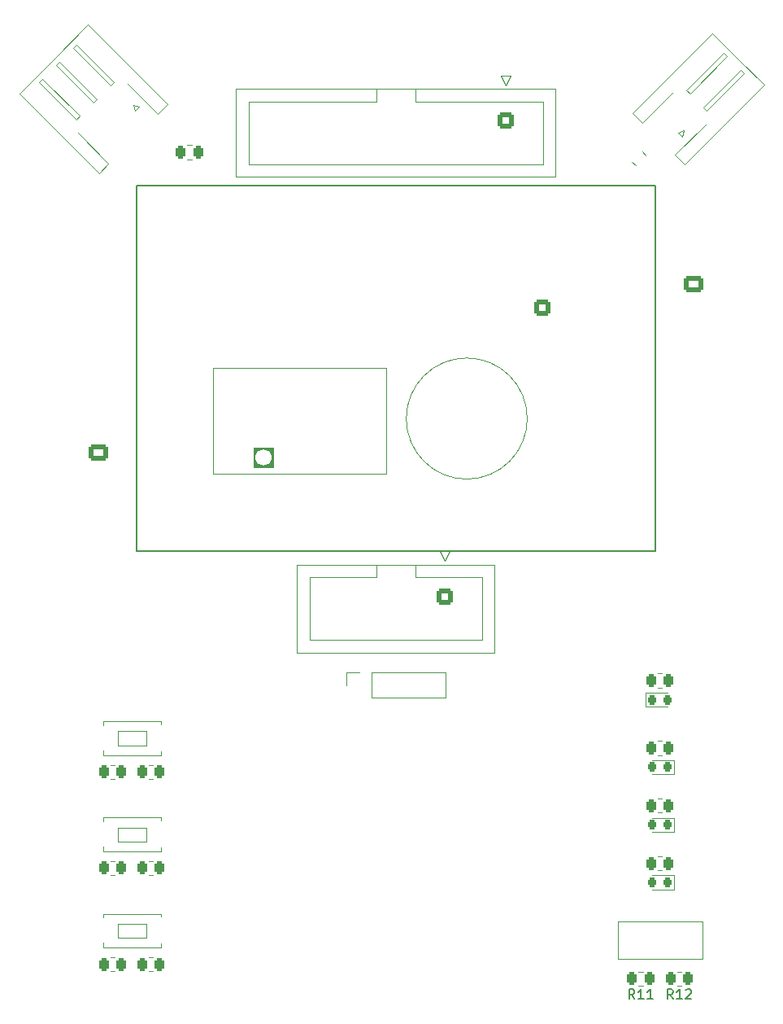
<source format=gbr>
%TF.GenerationSoftware,KiCad,Pcbnew,7.0.6*%
%TF.CreationDate,2023-12-23T00:17:47+09:00*%
%TF.ProjectId,MainBoard_ATMega2560Pro_20230629,4d61696e-426f-4617-9264-5f41544d6567,rev?*%
%TF.SameCoordinates,Original*%
%TF.FileFunction,Legend,Top*%
%TF.FilePolarity,Positive*%
%FSLAX46Y46*%
G04 Gerber Fmt 4.6, Leading zero omitted, Abs format (unit mm)*
G04 Created by KiCad (PCBNEW 7.0.6) date 2023-12-23 00:17:47*
%MOMM*%
%LPD*%
G01*
G04 APERTURE LIST*
G04 Aperture macros list*
%AMRoundRect*
0 Rectangle with rounded corners*
0 $1 Rounding radius*
0 $2 $3 $4 $5 $6 $7 $8 $9 X,Y pos of 4 corners*
0 Add a 4 corners polygon primitive as box body*
4,1,4,$2,$3,$4,$5,$6,$7,$8,$9,$2,$3,0*
0 Add four circle primitives for the rounded corners*
1,1,$1+$1,$2,$3*
1,1,$1+$1,$4,$5*
1,1,$1+$1,$6,$7*
1,1,$1+$1,$8,$9*
0 Add four rect primitives between the rounded corners*
20,1,$1+$1,$2,$3,$4,$5,0*
20,1,$1+$1,$4,$5,$6,$7,0*
20,1,$1+$1,$6,$7,$8,$9,0*
20,1,$1+$1,$8,$9,$2,$3,0*%
%AMHorizOval*
0 Thick line with rounded ends*
0 $1 width*
0 $2 $3 position (X,Y) of the first rounded end (center of the circle)*
0 $4 $5 position (X,Y) of the second rounded end (center of the circle)*
0 Add line between two ends*
20,1,$1,$2,$3,$4,$5,0*
0 Add two circle primitives to create the rounded ends*
1,1,$1,$2,$3*
1,1,$1,$4,$5*%
G04 Aperture macros list end*
%ADD10C,0.150000*%
%ADD11C,0.120000*%
%ADD12C,0.127000*%
%ADD13RoundRect,0.218750X0.218750X0.256250X-0.218750X0.256250X-0.218750X-0.256250X0.218750X-0.256250X0*%
%ADD14C,3.200000*%
%ADD15RoundRect,0.250000X-0.262500X-0.450000X0.262500X-0.450000X0.262500X0.450000X-0.262500X0.450000X0*%
%ADD16O,2.000000X2.700000*%
%ADD17RoundRect,0.250000X0.954594X0.106066X0.106066X0.954594X-0.954594X-0.106066X-0.106066X-0.954594X0*%
%ADD18HorizOval,1.700000X0.106066X0.106066X-0.106066X-0.106066X0*%
%ADD19RoundRect,0.250000X0.512652X0.159099X0.159099X0.512652X-0.512652X-0.159099X-0.159099X-0.512652X0*%
%ADD20R,1.700000X1.700000*%
%ADD21O,1.700000X1.700000*%
%ADD22C,1.676400*%
%ADD23RoundRect,0.250000X0.262500X0.450000X-0.262500X0.450000X-0.262500X-0.450000X0.262500X-0.450000X0*%
%ADD24C,1.500000*%
%ADD25RoundRect,0.250000X-0.600000X0.600000X-0.600000X-0.600000X0.600000X-0.600000X0.600000X0.600000X0*%
%ADD26C,1.700000*%
%ADD27RoundRect,0.250000X-0.088388X0.936916X-0.936916X0.088388X0.088388X-0.936916X0.936916X-0.088388X0*%
%ADD28HorizOval,1.700000X-0.088388X0.088388X0.088388X-0.088388X0*%
%ADD29RoundRect,0.218750X-0.218750X-0.256250X0.218750X-0.256250X0.218750X0.256250X-0.218750X0.256250X0*%
%ADD30RoundRect,0.250000X-0.725000X0.600000X-0.725000X-0.600000X0.725000X-0.600000X0.725000X0.600000X0*%
%ADD31O,1.950000X1.700000*%
%ADD32RoundRect,0.250000X0.600000X-0.600000X0.600000X0.600000X-0.600000X0.600000X-0.600000X-0.600000X0*%
%ADD33RoundRect,0.250000X0.725000X-0.600000X0.725000X0.600000X-0.725000X0.600000X-0.725000X-0.600000X0*%
G04 APERTURE END LIST*
D10*
X130597142Y-166392319D02*
X130263809Y-165916128D01*
X130025714Y-166392319D02*
X130025714Y-165392319D01*
X130025714Y-165392319D02*
X130406666Y-165392319D01*
X130406666Y-165392319D02*
X130501904Y-165439938D01*
X130501904Y-165439938D02*
X130549523Y-165487557D01*
X130549523Y-165487557D02*
X130597142Y-165582795D01*
X130597142Y-165582795D02*
X130597142Y-165725652D01*
X130597142Y-165725652D02*
X130549523Y-165820890D01*
X130549523Y-165820890D02*
X130501904Y-165868509D01*
X130501904Y-165868509D02*
X130406666Y-165916128D01*
X130406666Y-165916128D02*
X130025714Y-165916128D01*
X131549523Y-166392319D02*
X130978095Y-166392319D01*
X131263809Y-166392319D02*
X131263809Y-165392319D01*
X131263809Y-165392319D02*
X131168571Y-165535176D01*
X131168571Y-165535176D02*
X131073333Y-165630414D01*
X131073333Y-165630414D02*
X130978095Y-165678033D01*
X131930476Y-165487557D02*
X131978095Y-165439938D01*
X131978095Y-165439938D02*
X132073333Y-165392319D01*
X132073333Y-165392319D02*
X132311428Y-165392319D01*
X132311428Y-165392319D02*
X132406666Y-165439938D01*
X132406666Y-165439938D02*
X132454285Y-165487557D01*
X132454285Y-165487557D02*
X132501904Y-165582795D01*
X132501904Y-165582795D02*
X132501904Y-165678033D01*
X132501904Y-165678033D02*
X132454285Y-165820890D01*
X132454285Y-165820890D02*
X131882857Y-166392319D01*
X131882857Y-166392319D02*
X132501904Y-166392319D01*
X126597142Y-166392319D02*
X126263809Y-165916128D01*
X126025714Y-166392319D02*
X126025714Y-165392319D01*
X126025714Y-165392319D02*
X126406666Y-165392319D01*
X126406666Y-165392319D02*
X126501904Y-165439938D01*
X126501904Y-165439938D02*
X126549523Y-165487557D01*
X126549523Y-165487557D02*
X126597142Y-165582795D01*
X126597142Y-165582795D02*
X126597142Y-165725652D01*
X126597142Y-165725652D02*
X126549523Y-165820890D01*
X126549523Y-165820890D02*
X126501904Y-165868509D01*
X126501904Y-165868509D02*
X126406666Y-165916128D01*
X126406666Y-165916128D02*
X126025714Y-165916128D01*
X127549523Y-166392319D02*
X126978095Y-166392319D01*
X127263809Y-166392319D02*
X127263809Y-165392319D01*
X127263809Y-165392319D02*
X127168571Y-165535176D01*
X127168571Y-165535176D02*
X127073333Y-165630414D01*
X127073333Y-165630414D02*
X126978095Y-165678033D01*
X128501904Y-166392319D02*
X127930476Y-166392319D01*
X128216190Y-166392319D02*
X128216190Y-165392319D01*
X128216190Y-165392319D02*
X128120952Y-165535176D01*
X128120952Y-165535176D02*
X128025714Y-165630414D01*
X128025714Y-165630414D02*
X127930476Y-165678033D01*
D11*
%TO.C,D2*%
X130725000Y-143022500D02*
X130725000Y-141552500D01*
X130725000Y-141552500D02*
X128440000Y-141552500D01*
X128440000Y-143022500D02*
X130725000Y-143022500D01*
%TO.C,R13*%
X80001351Y-77592881D02*
X80455479Y-77592881D01*
X80001351Y-79062881D02*
X80455479Y-79062881D01*
%TO.C,R5*%
X76012936Y-142052500D02*
X76467064Y-142052500D01*
X76012936Y-143522500D02*
X76467064Y-143522500D01*
%TO.C,R6*%
X72012936Y-142052500D02*
X72467064Y-142052500D01*
X72012936Y-143522500D02*
X72467064Y-143522500D01*
%TO.C,SW3*%
X72765000Y-158562500D02*
X75715000Y-158562500D01*
X75715000Y-158562500D02*
X75715000Y-160012500D01*
X75715000Y-160012500D02*
X72765000Y-160012500D01*
X72765000Y-160012500D02*
X72765000Y-158562500D01*
X77240000Y-157537500D02*
X71240000Y-157537500D01*
X71240000Y-157537500D02*
X71240000Y-161037500D01*
X71240000Y-161037500D02*
X77240000Y-161037500D01*
X77240000Y-161037500D02*
X77240000Y-157537500D01*
%TO.C,J5*%
X131790431Y-79625223D02*
X130786340Y-78621131D01*
X140077723Y-71337931D02*
X131790431Y-79625223D01*
X130786340Y-78621131D02*
X133968320Y-75439150D01*
X131542944Y-76676587D02*
X131118680Y-76252323D01*
X134123884Y-74024937D02*
X138012971Y-70135850D01*
X138012971Y-70135850D02*
X137659417Y-69782296D01*
X131755076Y-76040191D02*
X131542944Y-76676587D01*
X133770330Y-73671383D02*
X134123884Y-74024937D01*
X137659417Y-69782296D02*
X133770330Y-73671383D01*
X131118680Y-76252323D02*
X131755076Y-76040191D01*
X137383646Y-68643854D02*
X140077723Y-71337931D01*
X137383646Y-68643854D02*
X134689569Y-65949777D01*
X132356117Y-72257170D02*
X136245204Y-68368083D01*
X136245204Y-68368083D02*
X135891650Y-68014529D01*
X132002563Y-71903617D02*
X132356117Y-72257170D01*
X135891650Y-68014529D02*
X132002563Y-71903617D01*
X127406369Y-75241161D02*
X130588350Y-72059180D01*
X126402277Y-74237069D02*
X127406369Y-75241161D01*
X134689569Y-65949777D02*
X126402277Y-74237069D01*
%TO.C,C1*%
X126705010Y-79691957D02*
X126335543Y-79322490D01*
X127744457Y-78652510D02*
X127374990Y-78283043D01*
%TO.C,SW1*%
X72765000Y-138562500D02*
X75715000Y-138562500D01*
X75715000Y-138562500D02*
X75715000Y-140012500D01*
X75715000Y-140012500D02*
X72765000Y-140012500D01*
X72765000Y-140012500D02*
X72765000Y-138562500D01*
X77240000Y-137537500D02*
X71240000Y-137537500D01*
X71240000Y-137537500D02*
X71240000Y-141037500D01*
X71240000Y-141037500D02*
X77240000Y-141037500D01*
X77240000Y-141037500D02*
X77240000Y-137537500D01*
%TO.C,J3*%
X99210000Y-135092500D02*
X106890000Y-135092500D01*
X99210000Y-135092500D02*
X99210000Y-132432500D01*
X106890000Y-135092500D02*
X106890000Y-132432500D01*
X96610000Y-133762500D02*
X96610000Y-132432500D01*
X96610000Y-132432500D02*
X97940000Y-132432500D01*
X99210000Y-132432500D02*
X106890000Y-132432500D01*
%TO.C,R8*%
X72012936Y-152052500D02*
X72467064Y-152052500D01*
X72012936Y-153522500D02*
X72467064Y-153522500D01*
D12*
%TO.C,U1*%
X74740000Y-81787500D02*
X128740000Y-81787500D01*
X74740000Y-119787500D02*
X74740000Y-81787500D01*
X74740000Y-119787500D02*
X128740000Y-119787500D01*
X128740000Y-119787500D02*
X128740000Y-81787500D01*
D11*
%TO.C,D4*%
X130725000Y-155022500D02*
X130725000Y-153552500D01*
X130725000Y-153552500D02*
X128440000Y-153552500D01*
X128440000Y-155022500D02*
X130725000Y-155022500D01*
%TO.C,R1*%
X129467064Y-134022500D02*
X129012936Y-134022500D01*
X129467064Y-132552500D02*
X129012936Y-132552500D01*
%TO.C,R12*%
X131467064Y-165022500D02*
X131012936Y-165022500D01*
X131467064Y-163552500D02*
X131012936Y-163552500D01*
%TO.C,SW4*%
X124840000Y-162237500D02*
X133640000Y-162237500D01*
X133640000Y-162237500D02*
X133640000Y-158337500D01*
X133640000Y-158337500D02*
X124840000Y-158337500D01*
X124840000Y-158337500D02*
X124840000Y-162237500D01*
%TO.C,R7*%
X76012936Y-152052500D02*
X76467064Y-152052500D01*
X76012936Y-153522500D02*
X76467064Y-153522500D01*
%TO.C,J1*%
X107320000Y-119855000D02*
X106320000Y-119855000D01*
X106320000Y-119855000D02*
X106820000Y-120855000D01*
X106820000Y-120855000D02*
X107320000Y-119855000D01*
X112030000Y-121245000D02*
X112030000Y-130365000D01*
X103790000Y-121245000D02*
X103790000Y-122555000D01*
X91450000Y-121245000D02*
X112030000Y-121245000D01*
X110730000Y-122555000D02*
X110730000Y-129055000D01*
X103790000Y-122555000D02*
X110730000Y-122555000D01*
X99690000Y-122555000D02*
X99690000Y-121245000D01*
X99690000Y-122555000D02*
X99690000Y-122555000D01*
X92750000Y-122555000D02*
X99690000Y-122555000D01*
X110730000Y-129055000D02*
X92750000Y-129055000D01*
X92750000Y-129055000D02*
X92750000Y-122555000D01*
X112030000Y-130365000D02*
X91450000Y-130365000D01*
X91450000Y-130365000D02*
X91450000Y-121245000D01*
%TO.C,R11*%
X127467064Y-165022500D02*
X127012936Y-165022500D01*
X127467064Y-163552500D02*
X127012936Y-163552500D01*
%TO.C,BZ1*%
X115420000Y-106027500D02*
G75*
G03*
X115420000Y-106027500I-6300000J0D01*
G01*
%TO.C,J8*%
X77961607Y-73353186D02*
X76957515Y-74357277D01*
X69674315Y-65065894D02*
X77961607Y-73353186D01*
X76957515Y-74357277D02*
X73775534Y-71175297D01*
X75012971Y-73600673D02*
X74588707Y-74024937D01*
X72361321Y-71019733D02*
X68472234Y-67130646D01*
X68472234Y-67130646D02*
X68118680Y-67484200D01*
X74376575Y-73388541D02*
X75012971Y-73600673D01*
X72007767Y-71373287D02*
X72361321Y-71019733D01*
X68118680Y-67484200D02*
X72007767Y-71373287D01*
X74588707Y-74024937D02*
X74376575Y-73388541D01*
X70593554Y-72787500D02*
X66704467Y-68898413D01*
X66704467Y-68898413D02*
X66350913Y-69251967D01*
X66096355Y-68643855D02*
X69674315Y-65065894D01*
X66096355Y-68643855D02*
X62518394Y-72221815D01*
X70240001Y-73141054D02*
X70593554Y-72787500D01*
X66350913Y-69251967D02*
X70240001Y-73141054D01*
X68825787Y-74555267D02*
X64936700Y-70666180D01*
X64936700Y-70666180D02*
X64583146Y-71019733D01*
X68472234Y-74908821D02*
X68825787Y-74555267D01*
X64583146Y-71019733D02*
X68472234Y-74908821D01*
X71809778Y-79505015D02*
X68627797Y-76323034D01*
X70805686Y-80509106D02*
X71809778Y-79505015D01*
X62518394Y-72221815D02*
X70805686Y-80509106D01*
%TO.C,D3*%
X130725000Y-149022500D02*
X130725000Y-147552500D01*
X130725000Y-147552500D02*
X128440000Y-147552500D01*
X128440000Y-149022500D02*
X130725000Y-149022500D01*
%TO.C,R9*%
X76012936Y-162052500D02*
X76467064Y-162052500D01*
X76012936Y-163522500D02*
X76467064Y-163522500D01*
%TO.C,J6*%
X113670000Y-70355000D02*
X112670000Y-70355000D01*
X112670000Y-70355000D02*
X113170000Y-71355000D01*
X113170000Y-71355000D02*
X113670000Y-70355000D01*
X118380000Y-71745000D02*
X118380000Y-80865000D01*
X103790000Y-71745000D02*
X103790000Y-73055000D01*
X85100000Y-71745000D02*
X118380000Y-71745000D01*
X117080000Y-73055000D02*
X117080000Y-79555000D01*
X103790000Y-73055000D02*
X117080000Y-73055000D01*
X99690000Y-73055000D02*
X99690000Y-71745000D01*
X99690000Y-73055000D02*
X99690000Y-73055000D01*
X86400000Y-73055000D02*
X99690000Y-73055000D01*
X117080000Y-79555000D02*
X86400000Y-79555000D01*
X86400000Y-79555000D02*
X86400000Y-73055000D01*
X118380000Y-80865000D02*
X85100000Y-80865000D01*
X85100000Y-80865000D02*
X85100000Y-71745000D01*
%TO.C,R3*%
X129012936Y-145552500D02*
X129467064Y-145552500D01*
X129012936Y-147022500D02*
X129467064Y-147022500D01*
%TO.C,SW2*%
X72765000Y-148562500D02*
X75715000Y-148562500D01*
X75715000Y-148562500D02*
X75715000Y-150012500D01*
X75715000Y-150012500D02*
X72765000Y-150012500D01*
X72765000Y-150012500D02*
X72765000Y-148562500D01*
X77240000Y-147537500D02*
X71240000Y-147537500D01*
X71240000Y-147537500D02*
X71240000Y-151037500D01*
X71240000Y-151037500D02*
X77240000Y-151037500D01*
X77240000Y-151037500D02*
X77240000Y-147537500D01*
%TO.C,D1*%
X127755000Y-134552500D02*
X127755000Y-136022500D01*
X127755000Y-136022500D02*
X130040000Y-136022500D01*
X130040000Y-134552500D02*
X127755000Y-134552500D01*
%TO.C,R10*%
X72012936Y-162052500D02*
X72467064Y-162052500D01*
X72012936Y-163522500D02*
X72467064Y-163522500D01*
%TO.C,R4*%
X129012936Y-151552500D02*
X129467064Y-151552500D01*
X129012936Y-153022500D02*
X129467064Y-153022500D01*
%TO.C,R2*%
X129012936Y-139552500D02*
X129467064Y-139552500D01*
X129012936Y-141022500D02*
X129467064Y-141022500D01*
%TO.C,U2*%
X88946000Y-111113500D02*
X86914000Y-111113500D01*
X86914000Y-111113500D02*
X86914000Y-109081500D01*
X86914000Y-109081500D02*
X88946000Y-109081500D01*
X88946000Y-109081500D02*
X88946000Y-111113500D01*
G36*
X88946000Y-111113500D02*
G01*
X86914000Y-111113500D01*
X86914000Y-109081500D01*
X88946000Y-109081500D01*
X88946000Y-111113500D01*
G37*
X82740000Y-100787500D02*
X100740000Y-100787500D01*
X100740000Y-100787500D02*
X100740000Y-111787500D01*
X100740000Y-111787500D02*
X82740000Y-111787500D01*
X82740000Y-111787500D02*
X82740000Y-100787500D01*
%TD*%
%LPC*%
D13*
%TO.C,D2*%
X130027500Y-142287500D03*
X128452500Y-142287500D03*
%TD*%
D14*
%TO.C,REF\u002A\u002A*%
X118240000Y-67708707D03*
%TD*%
D15*
%TO.C,R13*%
X79315915Y-78327881D03*
X81140915Y-78327881D03*
%TD*%
%TO.C,R5*%
X75327500Y-142787500D03*
X77152500Y-142787500D03*
%TD*%
%TO.C,R6*%
X71327500Y-142787500D03*
X73152500Y-142787500D03*
%TD*%
D14*
%TO.C,REF\u002A\u002A*%
X118240000Y-124866345D03*
%TD*%
D16*
%TO.C,SW3*%
X70990000Y-159287500D03*
X77490000Y-159287500D03*
%TD*%
D17*
%TO.C,J5*%
X132815736Y-74979531D03*
D18*
X131047969Y-73211764D03*
%TD*%
D19*
%TO.C,C1*%
X127711751Y-79659251D03*
X126368249Y-78315749D03*
%TD*%
D16*
%TO.C,SW1*%
X70990000Y-139287500D03*
X77490000Y-139287500D03*
%TD*%
D20*
%TO.C,J3*%
X97940000Y-133762500D03*
D21*
X100480000Y-133762500D03*
X103020000Y-133762500D03*
X105560000Y-133762500D03*
%TD*%
D15*
%TO.C,R8*%
X71327500Y-152787500D03*
X73152500Y-152787500D03*
%TD*%
D14*
%TO.C,REF\u002A\u002A*%
X85240000Y-124866345D03*
%TD*%
D22*
%TO.C,U1*%
X119320000Y-118567500D03*
X119320000Y-116027500D03*
X121860000Y-118567500D03*
X121860000Y-116027500D03*
X76140000Y-100787500D03*
X114240000Y-83007500D03*
X114240000Y-85547500D03*
X111700000Y-83007500D03*
X111700000Y-85547500D03*
X109160000Y-83007500D03*
X109160000Y-85547500D03*
X106620000Y-83007500D03*
X106620000Y-85547500D03*
X104080000Y-83007500D03*
X104080000Y-85547500D03*
X101540000Y-83007500D03*
X101540000Y-85547500D03*
X99000000Y-83007500D03*
X99000000Y-85547500D03*
X96460000Y-83007500D03*
X96460000Y-85547500D03*
X116780000Y-116027500D03*
X111700000Y-116027500D03*
X111700000Y-118567500D03*
X109160000Y-116027500D03*
X109160000Y-118567500D03*
X106620000Y-116027500D03*
X106620000Y-118567500D03*
X104080000Y-116027500D03*
X104080000Y-118567500D03*
X101540000Y-116027500D03*
X101540000Y-118567500D03*
X99000000Y-116027500D03*
X99000000Y-118567500D03*
X96460000Y-116027500D03*
X96460000Y-118567500D03*
X93920000Y-116027500D03*
X93920000Y-118567500D03*
X91380000Y-116027500D03*
X91380000Y-118567500D03*
X88840000Y-116027500D03*
X88840000Y-118567500D03*
X86300000Y-116027500D03*
X86300000Y-118567500D03*
X83760000Y-116027500D03*
X83760000Y-118567500D03*
X81220000Y-116027500D03*
X81220000Y-118567500D03*
X78680000Y-116027500D03*
X78680000Y-118567500D03*
X76140000Y-116027500D03*
X76140000Y-118567500D03*
X93920000Y-83007500D03*
X93920000Y-85547500D03*
X91380000Y-83007500D03*
X91380000Y-85547500D03*
X88840000Y-83007500D03*
X88840000Y-85547500D03*
X86300000Y-83007500D03*
X86300000Y-85547500D03*
X83760000Y-83007500D03*
X83760000Y-85547500D03*
X81220000Y-83007500D03*
X81220000Y-85547500D03*
X78680000Y-83007500D03*
X78680000Y-85547500D03*
X76140000Y-83007500D03*
X76140000Y-85547500D03*
X76140000Y-88087500D03*
X78680000Y-88087500D03*
X76140000Y-90627500D03*
X78680000Y-90627500D03*
X76140000Y-93167500D03*
X78680000Y-93167500D03*
X124400000Y-118567500D03*
X124400000Y-116027500D03*
X76140000Y-105867500D03*
X78680000Y-100787500D03*
X76140000Y-103327500D03*
X78680000Y-105867500D03*
X116780000Y-118567500D03*
X114240000Y-116027500D03*
X78680000Y-103327500D03*
X114240000Y-118567500D03*
X126940000Y-118567500D03*
X126940000Y-116027500D03*
%TD*%
D13*
%TO.C,D4*%
X130027500Y-154287500D03*
X128452500Y-154287500D03*
%TD*%
D23*
%TO.C,R1*%
X130152500Y-133287500D03*
X128327500Y-133287500D03*
%TD*%
%TO.C,R12*%
X132152500Y-164287500D03*
X130327500Y-164287500D03*
%TD*%
D24*
%TO.C,SW4*%
X131740000Y-160287500D03*
X129240000Y-160287500D03*
X126740000Y-160287500D03*
%TD*%
D15*
%TO.C,R7*%
X75327500Y-152787500D03*
X77152500Y-152787500D03*
%TD*%
D25*
%TO.C,J1*%
X106820000Y-124535000D03*
D26*
X106820000Y-127075000D03*
X104280000Y-124535000D03*
X104280000Y-127075000D03*
X101740000Y-124535000D03*
X101740000Y-127075000D03*
X99200000Y-124535000D03*
X99200000Y-127075000D03*
X96660000Y-124535000D03*
X96660000Y-127075000D03*
%TD*%
D23*
%TO.C,R11*%
X128152500Y-164287500D03*
X126327500Y-164287500D03*
%TD*%
D24*
%TO.C,BZ1*%
X106620000Y-106027500D03*
X111620000Y-106027500D03*
%TD*%
D27*
%TO.C,J8*%
X73315915Y-72327881D03*
D28*
X71548148Y-74095648D03*
X69780381Y-75863415D03*
%TD*%
D14*
%TO.C,REF\u002A\u002A*%
X85240000Y-67708669D03*
%TD*%
D13*
%TO.C,D3*%
X130027500Y-148287500D03*
X128452500Y-148287500D03*
%TD*%
D15*
%TO.C,R9*%
X75327500Y-162787500D03*
X77152500Y-162787500D03*
%TD*%
D25*
%TO.C,J6*%
X113170000Y-75035000D03*
D26*
X113170000Y-77575000D03*
X110630000Y-75035000D03*
X110630000Y-77575000D03*
X108090000Y-75035000D03*
X108090000Y-77575000D03*
X105550000Y-75035000D03*
X105550000Y-77575000D03*
X103010000Y-75035000D03*
X103010000Y-77575000D03*
X100470000Y-75035000D03*
X100470000Y-77575000D03*
X97930000Y-75035000D03*
X97930000Y-77575000D03*
X95390000Y-75035000D03*
X95390000Y-77575000D03*
X92850000Y-75035000D03*
X92850000Y-77575000D03*
X90310000Y-75035000D03*
X90310000Y-77575000D03*
%TD*%
D15*
%TO.C,R3*%
X128327500Y-146287500D03*
X130152500Y-146287500D03*
%TD*%
D16*
%TO.C,SW2*%
X70990000Y-149287500D03*
X77490000Y-149287500D03*
%TD*%
D29*
%TO.C,D1*%
X128452500Y-135287500D03*
X130027500Y-135287500D03*
%TD*%
D15*
%TO.C,R10*%
X71327500Y-162787500D03*
X73152500Y-162787500D03*
%TD*%
%TO.C,R4*%
X128327500Y-152287500D03*
X130152500Y-152287500D03*
%TD*%
%TO.C,R2*%
X128327500Y-140287500D03*
X130152500Y-140287500D03*
%TD*%
D26*
%TO.C,U2*%
X87930000Y-110097500D03*
X90470000Y-110097500D03*
X93010000Y-110097500D03*
X95550000Y-110097500D03*
X95550000Y-102477500D03*
X93010000Y-102477500D03*
X90470000Y-102477500D03*
X87930000Y-102477500D03*
%TD*%
D30*
%TO.C,J4*%
X132715000Y-92037500D03*
D31*
X132715000Y-94537500D03*
X132715000Y-97037500D03*
X132715000Y-99537500D03*
X132715000Y-102037500D03*
X132715000Y-104537500D03*
X132715000Y-107037500D03*
X132715000Y-109537500D03*
%TD*%
D32*
%TO.C,J7*%
X116980000Y-94540000D03*
D26*
X116980000Y-92000000D03*
X114440000Y-94540000D03*
X114440000Y-92000000D03*
X111900000Y-94540000D03*
X111900000Y-92000000D03*
X109360000Y-94540000D03*
X109360000Y-92000000D03*
X106820000Y-94540000D03*
X106820000Y-92000000D03*
X104280000Y-94540000D03*
X104280000Y-92000000D03*
X101740000Y-94540000D03*
X101740000Y-92000000D03*
X99200000Y-94540000D03*
X99200000Y-92000000D03*
X96660000Y-94540000D03*
X96660000Y-92000000D03*
X94120000Y-94540000D03*
X94120000Y-92000000D03*
X91580000Y-94540000D03*
X91580000Y-92000000D03*
X89040000Y-94540000D03*
X89040000Y-92000000D03*
X86500000Y-94540000D03*
X86500000Y-92000000D03*
%TD*%
D33*
%TO.C,J2*%
X70765000Y-109537500D03*
D31*
X70765000Y-107037500D03*
X70765000Y-104537500D03*
X70765000Y-102037500D03*
X70765000Y-99537500D03*
X70765000Y-97037500D03*
X70765000Y-94537500D03*
X70765000Y-92037500D03*
%TD*%
%LPD*%
M02*

</source>
